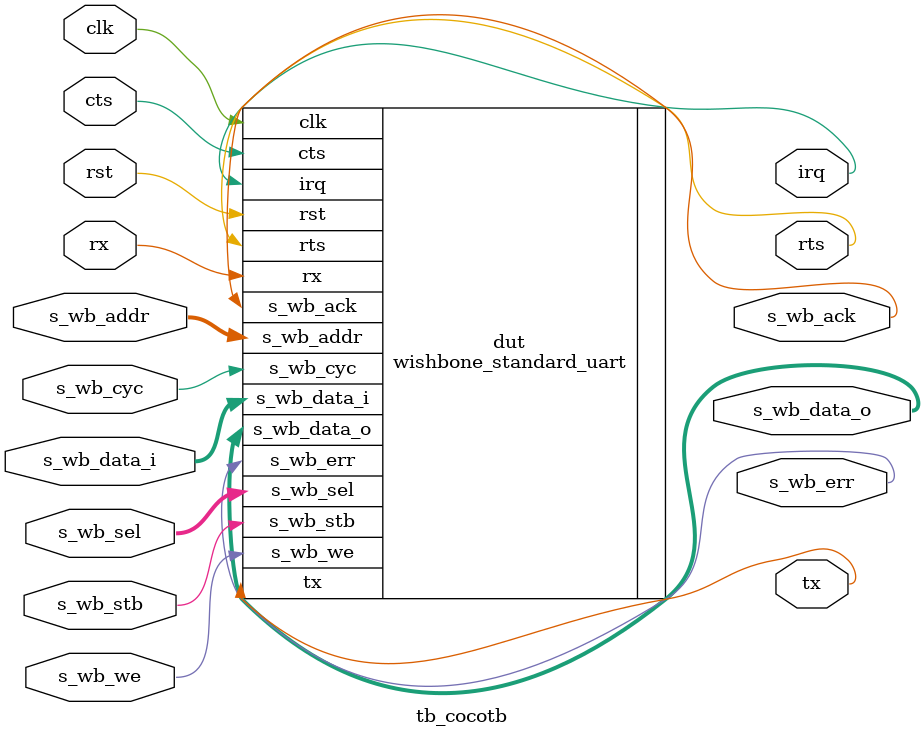
<source format=v>

`timescale 1ns/100ps

/*
 * Module: tb_cocotb
 *
 * Wishbone Stanard based UART communications device.
 *
 * Parameters:
 *
 *   ADDRESS_WIDTH   - Width of the axi address bus
 *   BUS_WIDTH       - Number of bytes for the data bus.
 *   CLOCK_SPEED     - This is the aclk frequency in Hz
 *   BAUD_RATE       - Serial Baud, this can be any value including non-standard.
 *   PARITY_ENA      - Enable Parity for the data in and out.
 *   PARITY_TYPE     - Set the parity type, 0 = even, 1 = odd, 2 = mark, 3 = space.
 *   STOP_BITS       - Number of stop bits, 0 to crazy non-standard amounts.
 *   DATA_BITS       - Number of data bits, 1 to crazy non-standard amounts.
 *   RX_DELAY        - Delay in rx data input.
 *   RX_BAUD_DELAY   - Delay in rx baud enable. This will delay when we sample a bit (default is midpoint when rx delay is 0).
 *   TX_DELAY        - Delay in tx data output. Delays the time to output of the data.
 *   TX_BAUD_DELAY   - Delay in tx baud enable. This will delay the time the bit output starts.
 *
 * Ports:
 *
 *   clk            - Clock for all devices in the core
 *   rst            - Positive reset
 *   s_wb_cyc       - Bus Cycle in process
 *   s_wb_stb       - Valid data transfer cycle
 *   s_wb_we        - Active High write, low read
 *   s_wb_addr      - Bus address
 *   s_wb_data_i    - Input data
 *   s_wb_sel       - Device Select
 *   s_wb_ack       - Bus transaction terminated
 *   s_wb_data_o    - Output data
 *   s_wb_err       - Active high when a bus error is present
 *   irq            - Interrupt when data is received
 *   tx             - transmit for UART (output to RX)
 *   rx             - receive for UART (input from TX)
 *   rts            - request to send is a loop with CTS
 *   cts            - clear to send is a loop with RTS
 */
module tb_cocotb #(
    parameter ADDRESS_WIDTH     = 32,
    parameter BUS_WIDTH         = 4,
    parameter CLOCK_SPEED       = 100000000,
    parameter BAUD_RATE         = 115200,
    parameter PARITY_ENA        = 0,
    parameter PARITY_TYPE       = 0,
    parameter STOP_BITS         = 1,
    parameter DATA_BITS         = 8,
    parameter RX_DELAY          = 0,
    parameter RX_BAUD_DELAY     = 0,
    parameter TX_DELAY          = 0,
    parameter TX_BAUD_DELAY     = 0
  )
  (
    input           clk,
    input           rst,
    input                       s_wb_cyc,
    input                       s_wb_stb,
    input                       s_wb_we,
    input   [ADDRESS_WIDTH-1:0] s_wb_addr,
    input   [BUS_WIDTH*8-1:0]   s_wb_data_i,
    input   [BUS_WIDTH-1:0]     s_wb_sel,
    output                      s_wb_ack,
    output  [BUS_WIDTH*8-1:0]   s_wb_data_o,
    output                      s_wb_err,
    output                      irq,
    output                      tx,
    input                       rx,
    output                      rts,
    input                       cts
  );

  // fst dump command
  initial begin
    $dumpfile ("tb_cocotb.fst");
    $dumpvars (0, tb_cocotb);
    #1;
  end
  
  //Group: Instantiated Modules

  /*
   * Module: dut
   *
   * Device under test, wishbone_standard_uart
   */
  wishbone_standard_uart #(
    .ADDRESS_WIDTH(ADDRESS_WIDTH),
    .BUS_WIDTH(BUS_WIDTH),
    .CLOCK_SPEED(CLOCK_SPEED),
    .BAUD_RATE(BAUD_RATE),
    .PARITY_ENA(PARITY_ENA),
    .PARITY_TYPE(PARITY_TYPE),
    .STOP_BITS(STOP_BITS),
    .DATA_BITS(DATA_BITS),
    .RX_DELAY(RX_DELAY),
    .RX_BAUD_DELAY(RX_BAUD_DELAY),
    .TX_DELAY(TX_DELAY),
    .TX_BAUD_DELAY(TX_BAUD_DELAY)
  ) dut (
    .clk(clk),
    .rst(rst),
    .s_wb_cyc(s_wb_cyc),
    .s_wb_stb(s_wb_stb),
    .s_wb_we(s_wb_we),
    .s_wb_addr(s_wb_addr),
    .s_wb_data_i(s_wb_data_i),
    .s_wb_sel(s_wb_sel),
    .s_wb_ack(s_wb_ack),
    .s_wb_data_o(s_wb_data_o),
    .s_wb_err(s_wb_err),
    .irq(irq),
    .tx(tx),
    .rx(rx),
    .rts(rts),
    .cts(cts)
  );
  
endmodule


</source>
